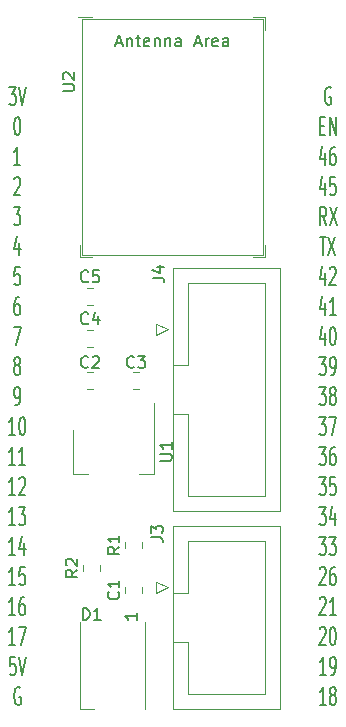
<source format=gbr>
%TF.GenerationSoftware,KiCad,Pcbnew,(5.1.6-0)*%
%TF.CreationDate,2021-10-14T13:54:28-06:00*%
%TF.ProjectId,ESP32-S2-Mini,45535033-322d-4533-922d-4d696e692e6b,rev?*%
%TF.SameCoordinates,Original*%
%TF.FileFunction,Legend,Top*%
%TF.FilePolarity,Positive*%
%FSLAX46Y46*%
G04 Gerber Fmt 4.6, Leading zero omitted, Abs format (unit mm)*
G04 Created by KiCad (PCBNEW (5.1.6-0)) date 2021-10-14 13:54:28*
%MOMM*%
%LPD*%
G01*
G04 APERTURE LIST*
%ADD10C,0.177800*%
%ADD11C,0.120000*%
%ADD12C,0.150000*%
G04 APERTURE END LIST*
D10*
X212767333Y-70459600D02*
X212682666Y-70384609D01*
X212555666Y-70384609D01*
X212428666Y-70459600D01*
X212344000Y-70609580D01*
X212301666Y-70759561D01*
X212259333Y-71059523D01*
X212259333Y-71284495D01*
X212301666Y-71584457D01*
X212344000Y-71734438D01*
X212428666Y-71884419D01*
X212555666Y-71959409D01*
X212640333Y-71959409D01*
X212767333Y-71884419D01*
X212809666Y-71809428D01*
X212809666Y-71284495D01*
X212640333Y-71284495D01*
X211878333Y-73674514D02*
X212174666Y-73674514D01*
X212301666Y-74499409D02*
X211878333Y-74499409D01*
X211878333Y-72924609D01*
X212301666Y-72924609D01*
X212682666Y-74499409D02*
X212682666Y-72924609D01*
X213190666Y-74499409D01*
X213190666Y-72924609D01*
X212280500Y-75989542D02*
X212280500Y-77039409D01*
X212068833Y-75389619D02*
X211857166Y-76514476D01*
X212407500Y-76514476D01*
X213127166Y-75464609D02*
X212957833Y-75464609D01*
X212873166Y-75539600D01*
X212830833Y-75614590D01*
X212746166Y-75839561D01*
X212703833Y-76139523D01*
X212703833Y-76739447D01*
X212746166Y-76889428D01*
X212788500Y-76964419D01*
X212873166Y-77039409D01*
X213042500Y-77039409D01*
X213127166Y-76964419D01*
X213169500Y-76889428D01*
X213211833Y-76739447D01*
X213211833Y-76364495D01*
X213169500Y-76214514D01*
X213127166Y-76139523D01*
X213042500Y-76064533D01*
X212873166Y-76064533D01*
X212788500Y-76139523D01*
X212746166Y-76214514D01*
X212703833Y-76364495D01*
X212280500Y-78529542D02*
X212280500Y-79579409D01*
X212068833Y-77929619D02*
X211857166Y-79054476D01*
X212407500Y-79054476D01*
X213169500Y-78004609D02*
X212746166Y-78004609D01*
X212703833Y-78754514D01*
X212746166Y-78679523D01*
X212830833Y-78604533D01*
X213042500Y-78604533D01*
X213127166Y-78679523D01*
X213169500Y-78754514D01*
X213211833Y-78904495D01*
X213211833Y-79279447D01*
X213169500Y-79429428D01*
X213127166Y-79504419D01*
X213042500Y-79579409D01*
X212830833Y-79579409D01*
X212746166Y-79504419D01*
X212703833Y-79429428D01*
X212386333Y-82119409D02*
X212090000Y-81369504D01*
X211878333Y-82119409D02*
X211878333Y-80544609D01*
X212217000Y-80544609D01*
X212301666Y-80619600D01*
X212344000Y-80694590D01*
X212386333Y-80844571D01*
X212386333Y-81069542D01*
X212344000Y-81219523D01*
X212301666Y-81294514D01*
X212217000Y-81369504D01*
X211878333Y-81369504D01*
X212682666Y-80544609D02*
X213275333Y-82119409D01*
X213275333Y-80544609D02*
X212682666Y-82119409D01*
X211857166Y-83084609D02*
X212365166Y-83084609D01*
X212111166Y-84659409D02*
X212111166Y-83084609D01*
X212576833Y-83084609D02*
X213169500Y-84659409D01*
X213169500Y-83084609D02*
X212576833Y-84659409D01*
X212280500Y-86149542D02*
X212280500Y-87199409D01*
X212068833Y-85549619D02*
X211857166Y-86674476D01*
X212407500Y-86674476D01*
X212703833Y-85774590D02*
X212746166Y-85699600D01*
X212830833Y-85624609D01*
X213042500Y-85624609D01*
X213127166Y-85699600D01*
X213169500Y-85774590D01*
X213211833Y-85924571D01*
X213211833Y-86074552D01*
X213169500Y-86299523D01*
X212661500Y-87199409D01*
X213211833Y-87199409D01*
X212280500Y-88689542D02*
X212280500Y-89739409D01*
X212068833Y-88089619D02*
X211857166Y-89214476D01*
X212407500Y-89214476D01*
X213211833Y-89739409D02*
X212703833Y-89739409D01*
X212957833Y-89739409D02*
X212957833Y-88164609D01*
X212873166Y-88389580D01*
X212788500Y-88539561D01*
X212703833Y-88614552D01*
X212280500Y-91229542D02*
X212280500Y-92279409D01*
X212068833Y-90629619D02*
X211857166Y-91754476D01*
X212407500Y-91754476D01*
X212915500Y-90704609D02*
X213000166Y-90704609D01*
X213084833Y-90779600D01*
X213127166Y-90854590D01*
X213169500Y-91004571D01*
X213211833Y-91304533D01*
X213211833Y-91679485D01*
X213169500Y-91979447D01*
X213127166Y-92129428D01*
X213084833Y-92204419D01*
X213000166Y-92279409D01*
X212915500Y-92279409D01*
X212830833Y-92204419D01*
X212788500Y-92129428D01*
X212746166Y-91979447D01*
X212703833Y-91679485D01*
X212703833Y-91304533D01*
X212746166Y-91004571D01*
X212788500Y-90854590D01*
X212830833Y-90779600D01*
X212915500Y-90704609D01*
X211814833Y-93244609D02*
X212365166Y-93244609D01*
X212068833Y-93844533D01*
X212195833Y-93844533D01*
X212280500Y-93919523D01*
X212322833Y-93994514D01*
X212365166Y-94144495D01*
X212365166Y-94519447D01*
X212322833Y-94669428D01*
X212280500Y-94744419D01*
X212195833Y-94819409D01*
X211941833Y-94819409D01*
X211857166Y-94744419D01*
X211814833Y-94669428D01*
X212788500Y-94819409D02*
X212957833Y-94819409D01*
X213042500Y-94744419D01*
X213084833Y-94669428D01*
X213169500Y-94444457D01*
X213211833Y-94144495D01*
X213211833Y-93544571D01*
X213169500Y-93394590D01*
X213127166Y-93319600D01*
X213042500Y-93244609D01*
X212873166Y-93244609D01*
X212788500Y-93319600D01*
X212746166Y-93394590D01*
X212703833Y-93544571D01*
X212703833Y-93919523D01*
X212746166Y-94069504D01*
X212788500Y-94144495D01*
X212873166Y-94219485D01*
X213042500Y-94219485D01*
X213127166Y-94144495D01*
X213169500Y-94069504D01*
X213211833Y-93919523D01*
X211814833Y-95784609D02*
X212365166Y-95784609D01*
X212068833Y-96384533D01*
X212195833Y-96384533D01*
X212280500Y-96459523D01*
X212322833Y-96534514D01*
X212365166Y-96684495D01*
X212365166Y-97059447D01*
X212322833Y-97209428D01*
X212280500Y-97284419D01*
X212195833Y-97359409D01*
X211941833Y-97359409D01*
X211857166Y-97284419D01*
X211814833Y-97209428D01*
X212873166Y-96459523D02*
X212788500Y-96384533D01*
X212746166Y-96309542D01*
X212703833Y-96159561D01*
X212703833Y-96084571D01*
X212746166Y-95934590D01*
X212788500Y-95859600D01*
X212873166Y-95784609D01*
X213042500Y-95784609D01*
X213127166Y-95859600D01*
X213169500Y-95934590D01*
X213211833Y-96084571D01*
X213211833Y-96159561D01*
X213169500Y-96309542D01*
X213127166Y-96384533D01*
X213042500Y-96459523D01*
X212873166Y-96459523D01*
X212788500Y-96534514D01*
X212746166Y-96609504D01*
X212703833Y-96759485D01*
X212703833Y-97059447D01*
X212746166Y-97209428D01*
X212788500Y-97284419D01*
X212873166Y-97359409D01*
X213042500Y-97359409D01*
X213127166Y-97284419D01*
X213169500Y-97209428D01*
X213211833Y-97059447D01*
X213211833Y-96759485D01*
X213169500Y-96609504D01*
X213127166Y-96534514D01*
X213042500Y-96459523D01*
X211814833Y-98324609D02*
X212365166Y-98324609D01*
X212068833Y-98924533D01*
X212195833Y-98924533D01*
X212280500Y-98999523D01*
X212322833Y-99074514D01*
X212365166Y-99224495D01*
X212365166Y-99599447D01*
X212322833Y-99749428D01*
X212280500Y-99824419D01*
X212195833Y-99899409D01*
X211941833Y-99899409D01*
X211857166Y-99824419D01*
X211814833Y-99749428D01*
X212661500Y-98324609D02*
X213254166Y-98324609D01*
X212873166Y-99899409D01*
X211814833Y-100864609D02*
X212365166Y-100864609D01*
X212068833Y-101464533D01*
X212195833Y-101464533D01*
X212280500Y-101539523D01*
X212322833Y-101614514D01*
X212365166Y-101764495D01*
X212365166Y-102139447D01*
X212322833Y-102289428D01*
X212280500Y-102364419D01*
X212195833Y-102439409D01*
X211941833Y-102439409D01*
X211857166Y-102364419D01*
X211814833Y-102289428D01*
X213127166Y-100864609D02*
X212957833Y-100864609D01*
X212873166Y-100939600D01*
X212830833Y-101014590D01*
X212746166Y-101239561D01*
X212703833Y-101539523D01*
X212703833Y-102139447D01*
X212746166Y-102289428D01*
X212788500Y-102364419D01*
X212873166Y-102439409D01*
X213042500Y-102439409D01*
X213127166Y-102364419D01*
X213169500Y-102289428D01*
X213211833Y-102139447D01*
X213211833Y-101764495D01*
X213169500Y-101614514D01*
X213127166Y-101539523D01*
X213042500Y-101464533D01*
X212873166Y-101464533D01*
X212788500Y-101539523D01*
X212746166Y-101614514D01*
X212703833Y-101764495D01*
X211814833Y-103404609D02*
X212365166Y-103404609D01*
X212068833Y-104004533D01*
X212195833Y-104004533D01*
X212280500Y-104079523D01*
X212322833Y-104154514D01*
X212365166Y-104304495D01*
X212365166Y-104679447D01*
X212322833Y-104829428D01*
X212280500Y-104904419D01*
X212195833Y-104979409D01*
X211941833Y-104979409D01*
X211857166Y-104904419D01*
X211814833Y-104829428D01*
X213169500Y-103404609D02*
X212746166Y-103404609D01*
X212703833Y-104154514D01*
X212746166Y-104079523D01*
X212830833Y-104004533D01*
X213042500Y-104004533D01*
X213127166Y-104079523D01*
X213169500Y-104154514D01*
X213211833Y-104304495D01*
X213211833Y-104679447D01*
X213169500Y-104829428D01*
X213127166Y-104904419D01*
X213042500Y-104979409D01*
X212830833Y-104979409D01*
X212746166Y-104904419D01*
X212703833Y-104829428D01*
X211814833Y-105944609D02*
X212365166Y-105944609D01*
X212068833Y-106544533D01*
X212195833Y-106544533D01*
X212280500Y-106619523D01*
X212322833Y-106694514D01*
X212365166Y-106844495D01*
X212365166Y-107219447D01*
X212322833Y-107369428D01*
X212280500Y-107444419D01*
X212195833Y-107519409D01*
X211941833Y-107519409D01*
X211857166Y-107444419D01*
X211814833Y-107369428D01*
X213127166Y-106469542D02*
X213127166Y-107519409D01*
X212915500Y-105869619D02*
X212703833Y-106994476D01*
X213254166Y-106994476D01*
X211814833Y-108484609D02*
X212365166Y-108484609D01*
X212068833Y-109084533D01*
X212195833Y-109084533D01*
X212280500Y-109159523D01*
X212322833Y-109234514D01*
X212365166Y-109384495D01*
X212365166Y-109759447D01*
X212322833Y-109909428D01*
X212280500Y-109984419D01*
X212195833Y-110059409D01*
X211941833Y-110059409D01*
X211857166Y-109984419D01*
X211814833Y-109909428D01*
X212661500Y-108484609D02*
X213211833Y-108484609D01*
X212915500Y-109084533D01*
X213042500Y-109084533D01*
X213127166Y-109159523D01*
X213169500Y-109234514D01*
X213211833Y-109384495D01*
X213211833Y-109759447D01*
X213169500Y-109909428D01*
X213127166Y-109984419D01*
X213042500Y-110059409D01*
X212788500Y-110059409D01*
X212703833Y-109984419D01*
X212661500Y-109909428D01*
X211857166Y-111174590D02*
X211899500Y-111099600D01*
X211984166Y-111024609D01*
X212195833Y-111024609D01*
X212280500Y-111099600D01*
X212322833Y-111174590D01*
X212365166Y-111324571D01*
X212365166Y-111474552D01*
X212322833Y-111699523D01*
X211814833Y-112599409D01*
X212365166Y-112599409D01*
X213127166Y-111024609D02*
X212957833Y-111024609D01*
X212873166Y-111099600D01*
X212830833Y-111174590D01*
X212746166Y-111399561D01*
X212703833Y-111699523D01*
X212703833Y-112299447D01*
X212746166Y-112449428D01*
X212788500Y-112524419D01*
X212873166Y-112599409D01*
X213042500Y-112599409D01*
X213127166Y-112524419D01*
X213169500Y-112449428D01*
X213211833Y-112299447D01*
X213211833Y-111924495D01*
X213169500Y-111774514D01*
X213127166Y-111699523D01*
X213042500Y-111624533D01*
X212873166Y-111624533D01*
X212788500Y-111699523D01*
X212746166Y-111774514D01*
X212703833Y-111924495D01*
X211857166Y-113714590D02*
X211899500Y-113639600D01*
X211984166Y-113564609D01*
X212195833Y-113564609D01*
X212280500Y-113639600D01*
X212322833Y-113714590D01*
X212365166Y-113864571D01*
X212365166Y-114014552D01*
X212322833Y-114239523D01*
X211814833Y-115139409D01*
X212365166Y-115139409D01*
X213211833Y-115139409D02*
X212703833Y-115139409D01*
X212957833Y-115139409D02*
X212957833Y-113564609D01*
X212873166Y-113789580D01*
X212788500Y-113939561D01*
X212703833Y-114014552D01*
X211857166Y-116254590D02*
X211899500Y-116179600D01*
X211984166Y-116104609D01*
X212195833Y-116104609D01*
X212280500Y-116179600D01*
X212322833Y-116254590D01*
X212365166Y-116404571D01*
X212365166Y-116554552D01*
X212322833Y-116779523D01*
X211814833Y-117679409D01*
X212365166Y-117679409D01*
X212915500Y-116104609D02*
X213000166Y-116104609D01*
X213084833Y-116179600D01*
X213127166Y-116254590D01*
X213169500Y-116404571D01*
X213211833Y-116704533D01*
X213211833Y-117079485D01*
X213169500Y-117379447D01*
X213127166Y-117529428D01*
X213084833Y-117604419D01*
X213000166Y-117679409D01*
X212915500Y-117679409D01*
X212830833Y-117604419D01*
X212788500Y-117529428D01*
X212746166Y-117379447D01*
X212703833Y-117079485D01*
X212703833Y-116704533D01*
X212746166Y-116404571D01*
X212788500Y-116254590D01*
X212830833Y-116179600D01*
X212915500Y-116104609D01*
X212365166Y-120219409D02*
X211857166Y-120219409D01*
X212111166Y-120219409D02*
X212111166Y-118644609D01*
X212026500Y-118869580D01*
X211941833Y-119019561D01*
X211857166Y-119094552D01*
X212788500Y-120219409D02*
X212957833Y-120219409D01*
X213042500Y-120144419D01*
X213084833Y-120069428D01*
X213169500Y-119844457D01*
X213211833Y-119544495D01*
X213211833Y-118944571D01*
X213169500Y-118794590D01*
X213127166Y-118719600D01*
X213042500Y-118644609D01*
X212873166Y-118644609D01*
X212788500Y-118719600D01*
X212746166Y-118794590D01*
X212703833Y-118944571D01*
X212703833Y-119319523D01*
X212746166Y-119469504D01*
X212788500Y-119544495D01*
X212873166Y-119619485D01*
X213042500Y-119619485D01*
X213127166Y-119544495D01*
X213169500Y-119469504D01*
X213211833Y-119319523D01*
X212365166Y-122759409D02*
X211857166Y-122759409D01*
X212111166Y-122759409D02*
X212111166Y-121184609D01*
X212026500Y-121409580D01*
X211941833Y-121559561D01*
X211857166Y-121634552D01*
X212873166Y-121859523D02*
X212788500Y-121784533D01*
X212746166Y-121709542D01*
X212703833Y-121559561D01*
X212703833Y-121484571D01*
X212746166Y-121334590D01*
X212788500Y-121259600D01*
X212873166Y-121184609D01*
X213042500Y-121184609D01*
X213127166Y-121259600D01*
X213169500Y-121334590D01*
X213211833Y-121484571D01*
X213211833Y-121559561D01*
X213169500Y-121709542D01*
X213127166Y-121784533D01*
X213042500Y-121859523D01*
X212873166Y-121859523D01*
X212788500Y-121934514D01*
X212746166Y-122009504D01*
X212703833Y-122159485D01*
X212703833Y-122459447D01*
X212746166Y-122609428D01*
X212788500Y-122684419D01*
X212873166Y-122759409D01*
X213042500Y-122759409D01*
X213127166Y-122684419D01*
X213169500Y-122609428D01*
X213211833Y-122459447D01*
X213211833Y-122159485D01*
X213169500Y-122009504D01*
X213127166Y-121934514D01*
X213042500Y-121859523D01*
X185568166Y-70384609D02*
X186118500Y-70384609D01*
X185822166Y-70984533D01*
X185949166Y-70984533D01*
X186033833Y-71059523D01*
X186076166Y-71134514D01*
X186118500Y-71284495D01*
X186118500Y-71659447D01*
X186076166Y-71809428D01*
X186033833Y-71884419D01*
X185949166Y-71959409D01*
X185695166Y-71959409D01*
X185610500Y-71884419D01*
X185568166Y-71809428D01*
X186372500Y-70384609D02*
X186668833Y-71959409D01*
X186965166Y-70384609D01*
X186203166Y-72924609D02*
X186287833Y-72924609D01*
X186372500Y-72999600D01*
X186414833Y-73074590D01*
X186457166Y-73224571D01*
X186499500Y-73524533D01*
X186499500Y-73899485D01*
X186457166Y-74199447D01*
X186414833Y-74349428D01*
X186372500Y-74424419D01*
X186287833Y-74499409D01*
X186203166Y-74499409D01*
X186118500Y-74424419D01*
X186076166Y-74349428D01*
X186033833Y-74199447D01*
X185991500Y-73899485D01*
X185991500Y-73524533D01*
X186033833Y-73224571D01*
X186076166Y-73074590D01*
X186118500Y-72999600D01*
X186203166Y-72924609D01*
X186499500Y-77039409D02*
X185991500Y-77039409D01*
X186245500Y-77039409D02*
X186245500Y-75464609D01*
X186160833Y-75689580D01*
X186076166Y-75839561D01*
X185991500Y-75914552D01*
X185991500Y-78154590D02*
X186033833Y-78079600D01*
X186118500Y-78004609D01*
X186330166Y-78004609D01*
X186414833Y-78079600D01*
X186457166Y-78154590D01*
X186499500Y-78304571D01*
X186499500Y-78454552D01*
X186457166Y-78679523D01*
X185949166Y-79579409D01*
X186499500Y-79579409D01*
X185949166Y-80544609D02*
X186499500Y-80544609D01*
X186203166Y-81144533D01*
X186330166Y-81144533D01*
X186414833Y-81219523D01*
X186457166Y-81294514D01*
X186499500Y-81444495D01*
X186499500Y-81819447D01*
X186457166Y-81969428D01*
X186414833Y-82044419D01*
X186330166Y-82119409D01*
X186076166Y-82119409D01*
X185991500Y-82044419D01*
X185949166Y-81969428D01*
X186414833Y-83609542D02*
X186414833Y-84659409D01*
X186203166Y-83009619D02*
X185991500Y-84134476D01*
X186541833Y-84134476D01*
X186457166Y-85624609D02*
X186033833Y-85624609D01*
X185991500Y-86374514D01*
X186033833Y-86299523D01*
X186118500Y-86224533D01*
X186330166Y-86224533D01*
X186414833Y-86299523D01*
X186457166Y-86374514D01*
X186499500Y-86524495D01*
X186499500Y-86899447D01*
X186457166Y-87049428D01*
X186414833Y-87124419D01*
X186330166Y-87199409D01*
X186118500Y-87199409D01*
X186033833Y-87124419D01*
X185991500Y-87049428D01*
X186414833Y-88164609D02*
X186245500Y-88164609D01*
X186160833Y-88239600D01*
X186118500Y-88314590D01*
X186033833Y-88539561D01*
X185991500Y-88839523D01*
X185991500Y-89439447D01*
X186033833Y-89589428D01*
X186076166Y-89664419D01*
X186160833Y-89739409D01*
X186330166Y-89739409D01*
X186414833Y-89664419D01*
X186457166Y-89589428D01*
X186499500Y-89439447D01*
X186499500Y-89064495D01*
X186457166Y-88914514D01*
X186414833Y-88839523D01*
X186330166Y-88764533D01*
X186160833Y-88764533D01*
X186076166Y-88839523D01*
X186033833Y-88914514D01*
X185991500Y-89064495D01*
X185949166Y-90704609D02*
X186541833Y-90704609D01*
X186160833Y-92279409D01*
X186160833Y-93919523D02*
X186076166Y-93844533D01*
X186033833Y-93769542D01*
X185991500Y-93619561D01*
X185991500Y-93544571D01*
X186033833Y-93394590D01*
X186076166Y-93319600D01*
X186160833Y-93244609D01*
X186330166Y-93244609D01*
X186414833Y-93319600D01*
X186457166Y-93394590D01*
X186499500Y-93544571D01*
X186499500Y-93619561D01*
X186457166Y-93769542D01*
X186414833Y-93844533D01*
X186330166Y-93919523D01*
X186160833Y-93919523D01*
X186076166Y-93994514D01*
X186033833Y-94069504D01*
X185991500Y-94219485D01*
X185991500Y-94519447D01*
X186033833Y-94669428D01*
X186076166Y-94744419D01*
X186160833Y-94819409D01*
X186330166Y-94819409D01*
X186414833Y-94744419D01*
X186457166Y-94669428D01*
X186499500Y-94519447D01*
X186499500Y-94219485D01*
X186457166Y-94069504D01*
X186414833Y-93994514D01*
X186330166Y-93919523D01*
X186076166Y-97359409D02*
X186245500Y-97359409D01*
X186330166Y-97284419D01*
X186372500Y-97209428D01*
X186457166Y-96984457D01*
X186499500Y-96684495D01*
X186499500Y-96084571D01*
X186457166Y-95934590D01*
X186414833Y-95859600D01*
X186330166Y-95784609D01*
X186160833Y-95784609D01*
X186076166Y-95859600D01*
X186033833Y-95934590D01*
X185991500Y-96084571D01*
X185991500Y-96459523D01*
X186033833Y-96609504D01*
X186076166Y-96684495D01*
X186160833Y-96759485D01*
X186330166Y-96759485D01*
X186414833Y-96684495D01*
X186457166Y-96609504D01*
X186499500Y-96459523D01*
X186076166Y-99899409D02*
X185568166Y-99899409D01*
X185822166Y-99899409D02*
X185822166Y-98324609D01*
X185737500Y-98549580D01*
X185652833Y-98699561D01*
X185568166Y-98774552D01*
X186626500Y-98324609D02*
X186711166Y-98324609D01*
X186795833Y-98399600D01*
X186838166Y-98474590D01*
X186880500Y-98624571D01*
X186922833Y-98924533D01*
X186922833Y-99299485D01*
X186880500Y-99599447D01*
X186838166Y-99749428D01*
X186795833Y-99824419D01*
X186711166Y-99899409D01*
X186626500Y-99899409D01*
X186541833Y-99824419D01*
X186499500Y-99749428D01*
X186457166Y-99599447D01*
X186414833Y-99299485D01*
X186414833Y-98924533D01*
X186457166Y-98624571D01*
X186499500Y-98474590D01*
X186541833Y-98399600D01*
X186626500Y-98324609D01*
X186076166Y-102439409D02*
X185568166Y-102439409D01*
X185822166Y-102439409D02*
X185822166Y-100864609D01*
X185737500Y-101089580D01*
X185652833Y-101239561D01*
X185568166Y-101314552D01*
X186922833Y-102439409D02*
X186414833Y-102439409D01*
X186668833Y-102439409D02*
X186668833Y-100864609D01*
X186584166Y-101089580D01*
X186499500Y-101239561D01*
X186414833Y-101314552D01*
X186076166Y-104979409D02*
X185568166Y-104979409D01*
X185822166Y-104979409D02*
X185822166Y-103404609D01*
X185737500Y-103629580D01*
X185652833Y-103779561D01*
X185568166Y-103854552D01*
X186414833Y-103554590D02*
X186457166Y-103479600D01*
X186541833Y-103404609D01*
X186753500Y-103404609D01*
X186838166Y-103479600D01*
X186880500Y-103554590D01*
X186922833Y-103704571D01*
X186922833Y-103854552D01*
X186880500Y-104079523D01*
X186372500Y-104979409D01*
X186922833Y-104979409D01*
X186076166Y-107519409D02*
X185568166Y-107519409D01*
X185822166Y-107519409D02*
X185822166Y-105944609D01*
X185737500Y-106169580D01*
X185652833Y-106319561D01*
X185568166Y-106394552D01*
X186372500Y-105944609D02*
X186922833Y-105944609D01*
X186626500Y-106544533D01*
X186753500Y-106544533D01*
X186838166Y-106619523D01*
X186880500Y-106694514D01*
X186922833Y-106844495D01*
X186922833Y-107219447D01*
X186880500Y-107369428D01*
X186838166Y-107444419D01*
X186753500Y-107519409D01*
X186499500Y-107519409D01*
X186414833Y-107444419D01*
X186372500Y-107369428D01*
X186076166Y-110059409D02*
X185568166Y-110059409D01*
X185822166Y-110059409D02*
X185822166Y-108484609D01*
X185737500Y-108709580D01*
X185652833Y-108859561D01*
X185568166Y-108934552D01*
X186838166Y-109009542D02*
X186838166Y-110059409D01*
X186626500Y-108409619D02*
X186414833Y-109534476D01*
X186965166Y-109534476D01*
X186076166Y-112599409D02*
X185568166Y-112599409D01*
X185822166Y-112599409D02*
X185822166Y-111024609D01*
X185737500Y-111249580D01*
X185652833Y-111399561D01*
X185568166Y-111474552D01*
X186880500Y-111024609D02*
X186457166Y-111024609D01*
X186414833Y-111774514D01*
X186457166Y-111699523D01*
X186541833Y-111624533D01*
X186753500Y-111624533D01*
X186838166Y-111699523D01*
X186880500Y-111774514D01*
X186922833Y-111924495D01*
X186922833Y-112299447D01*
X186880500Y-112449428D01*
X186838166Y-112524419D01*
X186753500Y-112599409D01*
X186541833Y-112599409D01*
X186457166Y-112524419D01*
X186414833Y-112449428D01*
X186076166Y-115139409D02*
X185568166Y-115139409D01*
X185822166Y-115139409D02*
X185822166Y-113564609D01*
X185737500Y-113789580D01*
X185652833Y-113939561D01*
X185568166Y-114014552D01*
X186838166Y-113564609D02*
X186668833Y-113564609D01*
X186584166Y-113639600D01*
X186541833Y-113714590D01*
X186457166Y-113939561D01*
X186414833Y-114239523D01*
X186414833Y-114839447D01*
X186457166Y-114989428D01*
X186499500Y-115064419D01*
X186584166Y-115139409D01*
X186753500Y-115139409D01*
X186838166Y-115064419D01*
X186880500Y-114989428D01*
X186922833Y-114839447D01*
X186922833Y-114464495D01*
X186880500Y-114314514D01*
X186838166Y-114239523D01*
X186753500Y-114164533D01*
X186584166Y-114164533D01*
X186499500Y-114239523D01*
X186457166Y-114314514D01*
X186414833Y-114464495D01*
X186076166Y-117679409D02*
X185568166Y-117679409D01*
X185822166Y-117679409D02*
X185822166Y-116104609D01*
X185737500Y-116329580D01*
X185652833Y-116479561D01*
X185568166Y-116554552D01*
X186372500Y-116104609D02*
X186965166Y-116104609D01*
X186584166Y-117679409D01*
X186076166Y-118644609D02*
X185652833Y-118644609D01*
X185610500Y-119394514D01*
X185652833Y-119319523D01*
X185737500Y-119244533D01*
X185949166Y-119244533D01*
X186033833Y-119319523D01*
X186076166Y-119394514D01*
X186118500Y-119544495D01*
X186118500Y-119919447D01*
X186076166Y-120069428D01*
X186033833Y-120144419D01*
X185949166Y-120219409D01*
X185737500Y-120219409D01*
X185652833Y-120144419D01*
X185610500Y-120069428D01*
X186372500Y-118644609D02*
X186668833Y-120219409D01*
X186965166Y-118644609D01*
X186478333Y-121259600D02*
X186393666Y-121184609D01*
X186266666Y-121184609D01*
X186139666Y-121259600D01*
X186055000Y-121409580D01*
X186012666Y-121559561D01*
X185970333Y-121859523D01*
X185970333Y-122084495D01*
X186012666Y-122384457D01*
X186055000Y-122534438D01*
X186139666Y-122684419D01*
X186266666Y-122759409D01*
X186351333Y-122759409D01*
X186478333Y-122684419D01*
X186520666Y-122609428D01*
X186520666Y-122084495D01*
X186351333Y-122084495D01*
D11*
%TO.C,U1*%
X190963500Y-103192500D02*
X192223500Y-103192500D01*
X197783500Y-103192500D02*
X196523500Y-103192500D01*
X190963500Y-99432500D02*
X190963500Y-103192500D01*
X197783500Y-97182500D02*
X197783500Y-103192500D01*
%TO.C,U2*%
X207090000Y-64662000D02*
X207090000Y-69262000D01*
X191690000Y-64662000D02*
X191690000Y-69262000D01*
X207090000Y-84662000D02*
X191690000Y-84662000D01*
X207090000Y-69262000D02*
X207090000Y-84662000D01*
X191690000Y-64662000D02*
X207090000Y-64662000D01*
X191690000Y-84662000D02*
X191690000Y-69262000D01*
X192590000Y-64512000D02*
X191390000Y-64512000D01*
X191540000Y-84812000D02*
X191540000Y-83762000D01*
X192590000Y-84812000D02*
X191540000Y-84812000D01*
X207240000Y-84812000D02*
X207240000Y-83762000D01*
X206190000Y-84812000D02*
X207240000Y-84812000D01*
X207240000Y-64512000D02*
X207240000Y-65562000D01*
X206190000Y-64512000D02*
X207240000Y-64512000D01*
%TO.C,R2*%
X191822000Y-111383578D02*
X191822000Y-110866422D01*
X193242000Y-111383578D02*
X193242000Y-110866422D01*
%TO.C,R1*%
X195378000Y-109430078D02*
X195378000Y-108912922D01*
X196798000Y-109430078D02*
X196798000Y-108912922D01*
%TO.C,J4*%
X199402000Y-85722000D02*
X208522000Y-85722000D01*
X208522000Y-85722000D02*
X208522000Y-106302000D01*
X208522000Y-106302000D02*
X199402000Y-106302000D01*
X199402000Y-106302000D02*
X199402000Y-85722000D01*
X199402000Y-93962000D02*
X200712000Y-93962000D01*
X200712000Y-93962000D02*
X200712000Y-87022000D01*
X200712000Y-87022000D02*
X207212000Y-87022000D01*
X207212000Y-87022000D02*
X207212000Y-105002000D01*
X207212000Y-105002000D02*
X200712000Y-105002000D01*
X200712000Y-105002000D02*
X200712000Y-98062000D01*
X200712000Y-98062000D02*
X200712000Y-98062000D01*
X200712000Y-98062000D02*
X199402000Y-98062000D01*
X199012000Y-90932000D02*
X198012000Y-90432000D01*
X198012000Y-90432000D02*
X198012000Y-91432000D01*
X198012000Y-91432000D02*
X199012000Y-90932000D01*
%TO.C,J3*%
X199402000Y-107566000D02*
X208522000Y-107566000D01*
X208522000Y-107566000D02*
X208522000Y-123066000D01*
X208522000Y-123066000D02*
X199402000Y-123066000D01*
X199402000Y-123066000D02*
X199402000Y-107566000D01*
X199402000Y-113266000D02*
X200712000Y-113266000D01*
X200712000Y-113266000D02*
X200712000Y-108866000D01*
X200712000Y-108866000D02*
X207212000Y-108866000D01*
X207212000Y-108866000D02*
X207212000Y-121766000D01*
X207212000Y-121766000D02*
X200712000Y-121766000D01*
X200712000Y-121766000D02*
X200712000Y-117366000D01*
X200712000Y-117366000D02*
X200712000Y-117366000D01*
X200712000Y-117366000D02*
X199402000Y-117366000D01*
X199012000Y-112776000D02*
X198012000Y-112276000D01*
X198012000Y-112276000D02*
X198012000Y-113276000D01*
X198012000Y-113276000D02*
X199012000Y-112776000D01*
%TO.C,D1*%
X197060000Y-115730000D02*
X197060000Y-123030000D01*
X191560000Y-115730000D02*
X191560000Y-123030000D01*
X191560000Y-123030000D02*
X192710000Y-123030000D01*
%TO.C,C5*%
X192146422Y-87428000D02*
X192663578Y-87428000D01*
X192146422Y-88848000D02*
X192663578Y-88848000D01*
%TO.C,C4*%
X192663578Y-92404000D02*
X192146422Y-92404000D01*
X192663578Y-90984000D02*
X192146422Y-90984000D01*
%TO.C,C3*%
X196552078Y-95960000D02*
X196034922Y-95960000D01*
X196552078Y-94540000D02*
X196034922Y-94540000D01*
%TO.C,C2*%
X192663578Y-95960000D02*
X192146422Y-95960000D01*
X192663578Y-94540000D02*
X192146422Y-94540000D01*
%TO.C,C1*%
X195378000Y-113240078D02*
X195378000Y-112722922D01*
X196798000Y-113240078D02*
X196798000Y-112722922D01*
%TO.C,U1*%
D12*
X198325880Y-102044404D02*
X199135404Y-102044404D01*
X199230642Y-101996785D01*
X199278261Y-101949166D01*
X199325880Y-101853928D01*
X199325880Y-101663452D01*
X199278261Y-101568214D01*
X199230642Y-101520595D01*
X199135404Y-101472976D01*
X198325880Y-101472976D01*
X199325880Y-100472976D02*
X199325880Y-101044404D01*
X199325880Y-100758690D02*
X198325880Y-100758690D01*
X198468738Y-100853928D01*
X198563976Y-100949166D01*
X198611595Y-101044404D01*
%TO.C,U2*%
X190079380Y-70738904D02*
X190888904Y-70738904D01*
X190984142Y-70691285D01*
X191031761Y-70643666D01*
X191079380Y-70548428D01*
X191079380Y-70357952D01*
X191031761Y-70262714D01*
X190984142Y-70215095D01*
X190888904Y-70167476D01*
X190079380Y-70167476D01*
X190174619Y-69738904D02*
X190127000Y-69691285D01*
X190079380Y-69596047D01*
X190079380Y-69357952D01*
X190127000Y-69262714D01*
X190174619Y-69215095D01*
X190269857Y-69167476D01*
X190365095Y-69167476D01*
X190507952Y-69215095D01*
X191079380Y-69786523D01*
X191079380Y-69167476D01*
X194628095Y-66678666D02*
X195104285Y-66678666D01*
X194532857Y-66964380D02*
X194866190Y-65964380D01*
X195199523Y-66964380D01*
X195532857Y-66297714D02*
X195532857Y-66964380D01*
X195532857Y-66392952D02*
X195580476Y-66345333D01*
X195675714Y-66297714D01*
X195818571Y-66297714D01*
X195913809Y-66345333D01*
X195961428Y-66440571D01*
X195961428Y-66964380D01*
X196294761Y-66297714D02*
X196675714Y-66297714D01*
X196437619Y-65964380D02*
X196437619Y-66821523D01*
X196485238Y-66916761D01*
X196580476Y-66964380D01*
X196675714Y-66964380D01*
X197390000Y-66916761D02*
X197294761Y-66964380D01*
X197104285Y-66964380D01*
X197009047Y-66916761D01*
X196961428Y-66821523D01*
X196961428Y-66440571D01*
X197009047Y-66345333D01*
X197104285Y-66297714D01*
X197294761Y-66297714D01*
X197390000Y-66345333D01*
X197437619Y-66440571D01*
X197437619Y-66535809D01*
X196961428Y-66631047D01*
X197866190Y-66297714D02*
X197866190Y-66964380D01*
X197866190Y-66392952D02*
X197913809Y-66345333D01*
X198009047Y-66297714D01*
X198151904Y-66297714D01*
X198247142Y-66345333D01*
X198294761Y-66440571D01*
X198294761Y-66964380D01*
X198770952Y-66297714D02*
X198770952Y-66964380D01*
X198770952Y-66392952D02*
X198818571Y-66345333D01*
X198913809Y-66297714D01*
X199056666Y-66297714D01*
X199151904Y-66345333D01*
X199199523Y-66440571D01*
X199199523Y-66964380D01*
X200104285Y-66964380D02*
X200104285Y-66440571D01*
X200056666Y-66345333D01*
X199961428Y-66297714D01*
X199770952Y-66297714D01*
X199675714Y-66345333D01*
X200104285Y-66916761D02*
X200009047Y-66964380D01*
X199770952Y-66964380D01*
X199675714Y-66916761D01*
X199628095Y-66821523D01*
X199628095Y-66726285D01*
X199675714Y-66631047D01*
X199770952Y-66583428D01*
X200009047Y-66583428D01*
X200104285Y-66535809D01*
X201294761Y-66678666D02*
X201770952Y-66678666D01*
X201199523Y-66964380D02*
X201532857Y-65964380D01*
X201866190Y-66964380D01*
X202199523Y-66964380D02*
X202199523Y-66297714D01*
X202199523Y-66488190D02*
X202247142Y-66392952D01*
X202294761Y-66345333D01*
X202390000Y-66297714D01*
X202485238Y-66297714D01*
X203199523Y-66916761D02*
X203104285Y-66964380D01*
X202913809Y-66964380D01*
X202818571Y-66916761D01*
X202770952Y-66821523D01*
X202770952Y-66440571D01*
X202818571Y-66345333D01*
X202913809Y-66297714D01*
X203104285Y-66297714D01*
X203199523Y-66345333D01*
X203247142Y-66440571D01*
X203247142Y-66535809D01*
X202770952Y-66631047D01*
X204104285Y-66964380D02*
X204104285Y-66440571D01*
X204056666Y-66345333D01*
X203961428Y-66297714D01*
X203770952Y-66297714D01*
X203675714Y-66345333D01*
X204104285Y-66916761D02*
X204009047Y-66964380D01*
X203770952Y-66964380D01*
X203675714Y-66916761D01*
X203628095Y-66821523D01*
X203628095Y-66726285D01*
X203675714Y-66631047D01*
X203770952Y-66583428D01*
X204009047Y-66583428D01*
X204104285Y-66535809D01*
%TO.C,R2*%
X191334380Y-111291666D02*
X190858190Y-111625000D01*
X191334380Y-111863095D02*
X190334380Y-111863095D01*
X190334380Y-111482142D01*
X190382000Y-111386904D01*
X190429619Y-111339285D01*
X190524857Y-111291666D01*
X190667714Y-111291666D01*
X190762952Y-111339285D01*
X190810571Y-111386904D01*
X190858190Y-111482142D01*
X190858190Y-111863095D01*
X190429619Y-110910714D02*
X190382000Y-110863095D01*
X190334380Y-110767857D01*
X190334380Y-110529761D01*
X190382000Y-110434523D01*
X190429619Y-110386904D01*
X190524857Y-110339285D01*
X190620095Y-110339285D01*
X190762952Y-110386904D01*
X191334380Y-110958333D01*
X191334380Y-110339285D01*
%TO.C,R1*%
X194890380Y-109338166D02*
X194414190Y-109671500D01*
X194890380Y-109909595D02*
X193890380Y-109909595D01*
X193890380Y-109528642D01*
X193938000Y-109433404D01*
X193985619Y-109385785D01*
X194080857Y-109338166D01*
X194223714Y-109338166D01*
X194318952Y-109385785D01*
X194366571Y-109433404D01*
X194414190Y-109528642D01*
X194414190Y-109909595D01*
X194890380Y-108385785D02*
X194890380Y-108957214D01*
X194890380Y-108671500D02*
X193890380Y-108671500D01*
X194033238Y-108766738D01*
X194128476Y-108861976D01*
X194176095Y-108957214D01*
%TO.C,J4*%
X197699380Y-86566333D02*
X198413666Y-86566333D01*
X198556523Y-86613952D01*
X198651761Y-86709190D01*
X198699380Y-86852047D01*
X198699380Y-86947285D01*
X198032714Y-85661571D02*
X198699380Y-85661571D01*
X197651761Y-85899666D02*
X198366047Y-86137761D01*
X198366047Y-85518714D01*
%TO.C,J3*%
X197572380Y-108537333D02*
X198286666Y-108537333D01*
X198429523Y-108584952D01*
X198524761Y-108680190D01*
X198572380Y-108823047D01*
X198572380Y-108918285D01*
X197572380Y-108156380D02*
X197572380Y-107537333D01*
X197953333Y-107870666D01*
X197953333Y-107727809D01*
X198000952Y-107632571D01*
X198048571Y-107584952D01*
X198143809Y-107537333D01*
X198381904Y-107537333D01*
X198477142Y-107584952D01*
X198524761Y-107632571D01*
X198572380Y-107727809D01*
X198572380Y-108013523D01*
X198524761Y-108108761D01*
X198477142Y-108156380D01*
%TO.C,D1*%
X191793904Y-115514380D02*
X191793904Y-114514380D01*
X192032000Y-114514380D01*
X192174857Y-114562000D01*
X192270095Y-114657238D01*
X192317714Y-114752476D01*
X192365333Y-114942952D01*
X192365333Y-115085809D01*
X192317714Y-115276285D01*
X192270095Y-115371523D01*
X192174857Y-115466761D01*
X192032000Y-115514380D01*
X191793904Y-115514380D01*
X193317714Y-115514380D02*
X192746285Y-115514380D01*
X193032000Y-115514380D02*
X193032000Y-114514380D01*
X192936761Y-114657238D01*
X192841523Y-114752476D01*
X192746285Y-114800095D01*
X196362380Y-114944285D02*
X196362380Y-115515714D01*
X196362380Y-115230000D02*
X195362380Y-115230000D01*
X195505238Y-115325238D01*
X195600476Y-115420476D01*
X195648095Y-115515714D01*
%TO.C,C5*%
X192238333Y-86845142D02*
X192190714Y-86892761D01*
X192047857Y-86940380D01*
X191952619Y-86940380D01*
X191809761Y-86892761D01*
X191714523Y-86797523D01*
X191666904Y-86702285D01*
X191619285Y-86511809D01*
X191619285Y-86368952D01*
X191666904Y-86178476D01*
X191714523Y-86083238D01*
X191809761Y-85988000D01*
X191952619Y-85940380D01*
X192047857Y-85940380D01*
X192190714Y-85988000D01*
X192238333Y-86035619D01*
X193143095Y-85940380D02*
X192666904Y-85940380D01*
X192619285Y-86416571D01*
X192666904Y-86368952D01*
X192762142Y-86321333D01*
X193000238Y-86321333D01*
X193095476Y-86368952D01*
X193143095Y-86416571D01*
X193190714Y-86511809D01*
X193190714Y-86749904D01*
X193143095Y-86845142D01*
X193095476Y-86892761D01*
X193000238Y-86940380D01*
X192762142Y-86940380D01*
X192666904Y-86892761D01*
X192619285Y-86845142D01*
%TO.C,C4*%
X192238333Y-90400142D02*
X192190714Y-90447761D01*
X192047857Y-90495380D01*
X191952619Y-90495380D01*
X191809761Y-90447761D01*
X191714523Y-90352523D01*
X191666904Y-90257285D01*
X191619285Y-90066809D01*
X191619285Y-89923952D01*
X191666904Y-89733476D01*
X191714523Y-89638238D01*
X191809761Y-89543000D01*
X191952619Y-89495380D01*
X192047857Y-89495380D01*
X192190714Y-89543000D01*
X192238333Y-89590619D01*
X193095476Y-89828714D02*
X193095476Y-90495380D01*
X192857380Y-89447761D02*
X192619285Y-90162047D01*
X193238333Y-90162047D01*
%TO.C,C3*%
X196126833Y-94083142D02*
X196079214Y-94130761D01*
X195936357Y-94178380D01*
X195841119Y-94178380D01*
X195698261Y-94130761D01*
X195603023Y-94035523D01*
X195555404Y-93940285D01*
X195507785Y-93749809D01*
X195507785Y-93606952D01*
X195555404Y-93416476D01*
X195603023Y-93321238D01*
X195698261Y-93226000D01*
X195841119Y-93178380D01*
X195936357Y-93178380D01*
X196079214Y-93226000D01*
X196126833Y-93273619D01*
X196460166Y-93178380D02*
X197079214Y-93178380D01*
X196745880Y-93559333D01*
X196888738Y-93559333D01*
X196983976Y-93606952D01*
X197031595Y-93654571D01*
X197079214Y-93749809D01*
X197079214Y-93987904D01*
X197031595Y-94083142D01*
X196983976Y-94130761D01*
X196888738Y-94178380D01*
X196603023Y-94178380D01*
X196507785Y-94130761D01*
X196460166Y-94083142D01*
%TO.C,C2*%
X192238333Y-94083142D02*
X192190714Y-94130761D01*
X192047857Y-94178380D01*
X191952619Y-94178380D01*
X191809761Y-94130761D01*
X191714523Y-94035523D01*
X191666904Y-93940285D01*
X191619285Y-93749809D01*
X191619285Y-93606952D01*
X191666904Y-93416476D01*
X191714523Y-93321238D01*
X191809761Y-93226000D01*
X191952619Y-93178380D01*
X192047857Y-93178380D01*
X192190714Y-93226000D01*
X192238333Y-93273619D01*
X192619285Y-93273619D02*
X192666904Y-93226000D01*
X192762142Y-93178380D01*
X193000238Y-93178380D01*
X193095476Y-93226000D01*
X193143095Y-93273619D01*
X193190714Y-93368857D01*
X193190714Y-93464095D01*
X193143095Y-93606952D01*
X192571666Y-94178380D01*
X193190714Y-94178380D01*
%TO.C,C1*%
X194795142Y-113148166D02*
X194842761Y-113195785D01*
X194890380Y-113338642D01*
X194890380Y-113433880D01*
X194842761Y-113576738D01*
X194747523Y-113671976D01*
X194652285Y-113719595D01*
X194461809Y-113767214D01*
X194318952Y-113767214D01*
X194128476Y-113719595D01*
X194033238Y-113671976D01*
X193938000Y-113576738D01*
X193890380Y-113433880D01*
X193890380Y-113338642D01*
X193938000Y-113195785D01*
X193985619Y-113148166D01*
X194890380Y-112195785D02*
X194890380Y-112767214D01*
X194890380Y-112481500D02*
X193890380Y-112481500D01*
X194033238Y-112576738D01*
X194128476Y-112671976D01*
X194176095Y-112767214D01*
%TD*%
M02*

</source>
